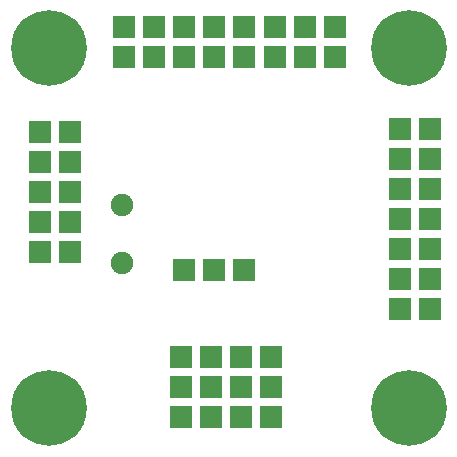
<source format=gbr>
G04 #@! TF.FileFunction,Soldermask,Top*
%FSLAX46Y46*%
G04 Gerber Fmt 4.6, Leading zero omitted, Abs format (unit mm)*
G04 Created by KiCad (PCBNEW 0.201512211246+6391~39~ubuntu15.10.1-stable) date St 23. prosinec 2015, 13:52:33 CET*
%MOMM*%
G01*
G04 APERTURE LIST*
%ADD10C,0.150000*%
%ADD11R,1.924000X1.924000*%
%ADD12C,6.400000*%
%ADD13C,1.901140*%
G04 APERTURE END LIST*
D10*
D11*
X134033500Y-80202000D03*
X134033500Y-77662000D03*
X143876000Y-110682000D03*
X141336000Y-110682000D03*
X143876000Y-108142000D03*
X141336000Y-108142000D03*
X143876000Y-105602000D03*
X141336000Y-105602000D03*
X157338000Y-88838000D03*
X154798000Y-88838000D03*
X157338000Y-86298000D03*
X154798000Y-86298000D03*
X131493500Y-80202000D03*
X131493500Y-77662000D03*
X136573500Y-80202000D03*
X136573500Y-77662000D03*
X139113500Y-77662000D03*
X139113500Y-80202000D03*
X146748500Y-77660500D03*
X146748500Y-80200500D03*
X141653500Y-77662000D03*
X141653500Y-80202000D03*
X136510000Y-98236000D03*
X139050000Y-98236000D03*
X141590000Y-98236000D03*
X126858000Y-86552000D03*
X124318000Y-86552000D03*
X126858000Y-89092000D03*
X124318000Y-89092000D03*
X157338000Y-96458000D03*
X154798000Y-96458000D03*
X157338000Y-93918000D03*
X154798000Y-93918000D03*
X126858000Y-96712000D03*
X124318000Y-96712000D03*
X157338000Y-101538000D03*
X154798000Y-101538000D03*
X157338000Y-98998000D03*
X154798000Y-98998000D03*
X157338000Y-91378000D03*
X154798000Y-91378000D03*
X136256000Y-105602000D03*
X138796000Y-105602000D03*
X136256000Y-108142000D03*
X138796000Y-108142000D03*
X136256000Y-110682000D03*
X138796000Y-110682000D03*
X126858000Y-94172000D03*
X124318000Y-94172000D03*
X126858000Y-91632000D03*
X124318000Y-91632000D03*
D12*
X155560000Y-79440000D03*
X155560000Y-109920000D03*
X125080000Y-79440000D03*
X125080000Y-109920000D03*
D13*
X131303000Y-92747060D03*
X131303000Y-97628940D03*
D11*
X144208500Y-80200500D03*
X144208500Y-77660500D03*
X149288500Y-80200500D03*
X149288500Y-77660500D03*
M02*

</source>
